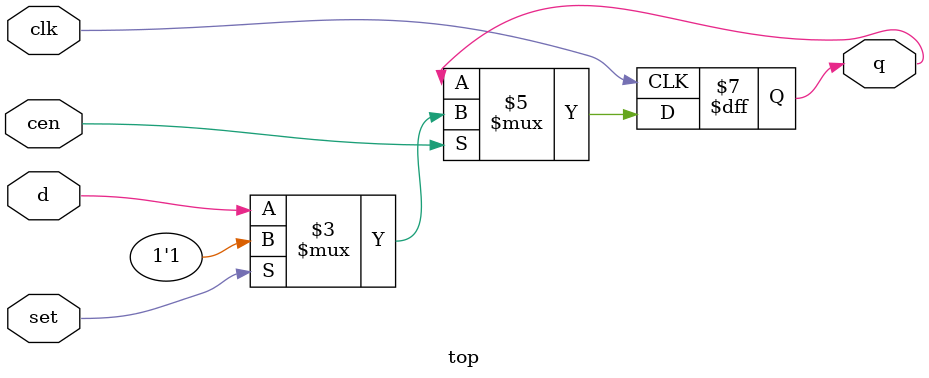
<source format=v>
module top(input clk, d, set, cen, output reg q);
    always @(posedge clk)
           if (cen)
               if (set)
                    q <= 1'b1;
               else
                    q <= d;
endmodule

</source>
